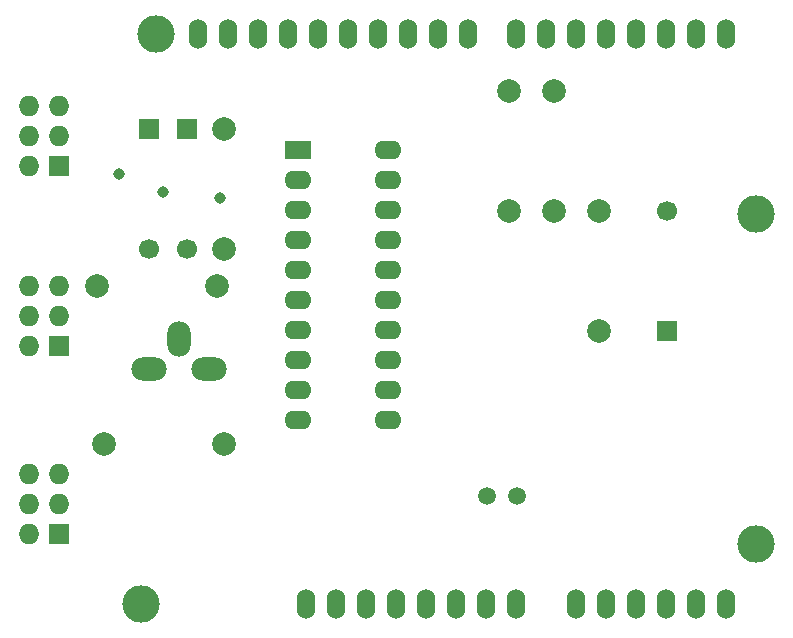
<source format=gbr>
G04 #@! TF.FileFunction,Soldermask,Top*
%FSLAX46Y46*%
G04 Gerber Fmt 4.6, Leading zero omitted, Abs format (unit mm)*
G04 Created by KiCad (PCBNEW (after 2015-mar-04 BZR unknown)-product) date Fri 28 Oct 2016 10:27:18 AM CEST*
%MOMM*%
G01*
G04 APERTURE LIST*
%ADD10C,0.100000*%
%ADD11C,0.970000*%
%ADD12O,1.524000X2.540000*%
%ADD13C,3.175000*%
%ADD14R,1.727200X1.727200*%
%ADD15O,1.727200X1.727200*%
%ADD16C,1.501140*%
%ADD17C,1.699260*%
%ADD18R,1.699260X1.699260*%
%ADD19O,1.998980X2.999740*%
%ADD20O,2.999740X1.998980*%
%ADD21C,1.998980*%
%ADD22R,2.286000X1.574800*%
%ADD23O,2.286000X1.574800*%
G04 APERTURE END LIST*
D10*
D11*
X169164000Y-68072000D03*
X160655000Y-66040000D03*
D12*
X212001100Y-102463600D03*
X209461100Y-102463600D03*
X206921100Y-102463600D03*
X199301100Y-102463600D03*
X201841100Y-102463600D03*
X204381100Y-102463600D03*
X194221100Y-102463600D03*
X191681100Y-102463600D03*
X189141100Y-102463600D03*
X184061100Y-102463600D03*
X181521100Y-102463600D03*
X212001100Y-54203600D03*
X209461100Y-54203600D03*
X206921100Y-54203600D03*
X204381100Y-54203600D03*
X201841100Y-54203600D03*
X199301100Y-54203600D03*
X196761100Y-54203600D03*
X194221100Y-54203600D03*
X190157100Y-54203600D03*
X187617100Y-54203600D03*
X185077100Y-54203600D03*
X182537100Y-54203600D03*
X179997100Y-54203600D03*
X177457100Y-54203600D03*
X174917100Y-54203600D03*
X172377100Y-54203600D03*
X186601100Y-102463600D03*
D13*
X214541100Y-97383600D03*
X214541100Y-69443600D03*
X163741100Y-54203600D03*
X162471100Y-102463600D03*
D12*
X169837100Y-54203600D03*
X167297100Y-54203600D03*
X178981100Y-102463600D03*
X176441100Y-102463600D03*
D14*
X155575000Y-96520000D03*
D15*
X153035000Y-96520000D03*
X155575000Y-93980000D03*
X153035000Y-93980000D03*
X155575000Y-91440000D03*
X153035000Y-91440000D03*
D14*
X155575000Y-80645000D03*
D15*
X153035000Y-80645000D03*
X155575000Y-78105000D03*
X153035000Y-78105000D03*
X155575000Y-75565000D03*
X153035000Y-75565000D03*
D14*
X155575000Y-65405000D03*
D15*
X153035000Y-65405000D03*
X155575000Y-62865000D03*
X153035000Y-62865000D03*
X155575000Y-60325000D03*
X153035000Y-60325000D03*
D16*
X194310000Y-93345000D03*
X191770000Y-93345000D03*
D17*
X207010000Y-69215000D03*
D18*
X207010000Y-79375000D03*
D19*
X165735000Y-80010000D03*
D20*
X163195000Y-82550000D03*
X168275000Y-82550000D03*
D21*
X193675000Y-69215000D03*
X193675000Y-59055000D03*
X197485000Y-69215000D03*
X197485000Y-59055000D03*
X201295000Y-69215000D03*
X201295000Y-79375000D03*
X169545000Y-88900000D03*
X159385000Y-88900000D03*
X158750000Y-75565000D03*
X168910000Y-75565000D03*
D17*
X166370000Y-72390000D03*
D18*
X166370000Y-62230000D03*
D17*
X163195000Y-72390000D03*
D18*
X163195000Y-62230000D03*
D21*
X169545000Y-62230000D03*
X169545000Y-72390000D03*
D22*
X175768000Y-64008000D03*
D23*
X175768000Y-66548000D03*
X175768000Y-69088000D03*
X175768000Y-71628000D03*
X175768000Y-74168000D03*
X175768000Y-76708000D03*
X175768000Y-79248000D03*
X175768000Y-81788000D03*
X175768000Y-84328000D03*
X175768000Y-86868000D03*
X183388000Y-86868000D03*
X183388000Y-84328000D03*
X183388000Y-81788000D03*
X183388000Y-79248000D03*
X183388000Y-76708000D03*
X183388000Y-74168000D03*
X183388000Y-71628000D03*
X183388000Y-69088000D03*
X183388000Y-66548000D03*
X183388000Y-64008000D03*
D11*
X164338000Y-67564000D03*
M02*

</source>
